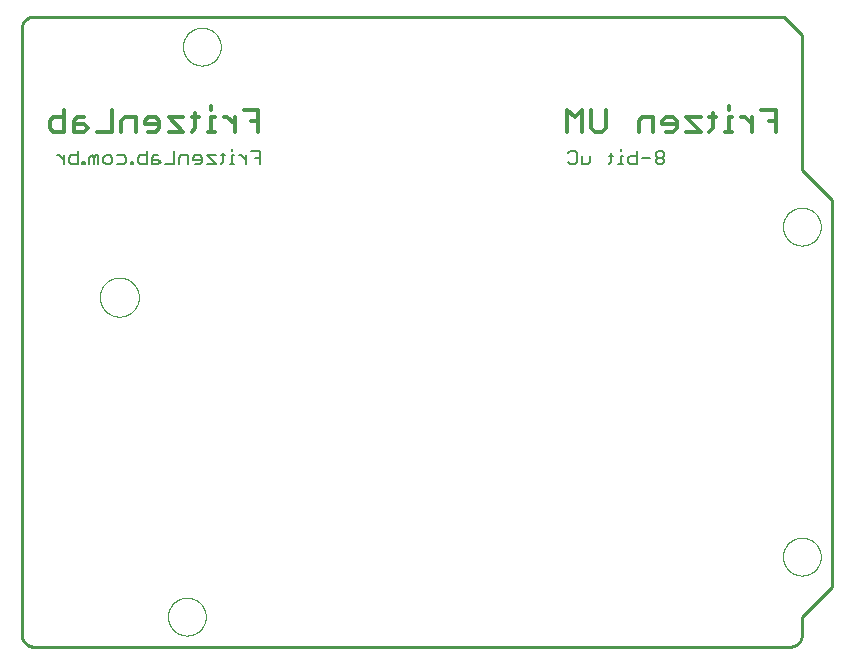
<source format=gbo>
G75*
%MOIN*%
%OFA0B0*%
%FSLAX25Y25*%
%IPPOS*%
%LPD*%
%AMOC8*
5,1,8,0,0,1.08239X$1,22.5*
%
%ADD10C,0.01000*%
%ADD11C,0.00000*%
%ADD12C,0.01300*%
%ADD13C,0.00800*%
%ADD14C,0.00500*%
D10*
X0008350Y0007187D02*
X0008350Y0209313D01*
X0008352Y0209437D01*
X0008358Y0209560D01*
X0008367Y0209684D01*
X0008381Y0209806D01*
X0008398Y0209929D01*
X0008420Y0210051D01*
X0008445Y0210172D01*
X0008474Y0210292D01*
X0008506Y0210411D01*
X0008543Y0210530D01*
X0008583Y0210647D01*
X0008626Y0210762D01*
X0008674Y0210877D01*
X0008725Y0210989D01*
X0008779Y0211100D01*
X0008837Y0211210D01*
X0008898Y0211317D01*
X0008963Y0211423D01*
X0009031Y0211526D01*
X0009102Y0211627D01*
X0009176Y0211726D01*
X0009253Y0211823D01*
X0009334Y0211917D01*
X0009417Y0212008D01*
X0009503Y0212097D01*
X0009592Y0212183D01*
X0009683Y0212266D01*
X0009777Y0212347D01*
X0009874Y0212424D01*
X0009973Y0212498D01*
X0010074Y0212569D01*
X0010177Y0212637D01*
X0010283Y0212702D01*
X0010390Y0212763D01*
X0010500Y0212821D01*
X0010611Y0212875D01*
X0010723Y0212926D01*
X0010838Y0212974D01*
X0010953Y0213017D01*
X0011070Y0213057D01*
X0011189Y0213094D01*
X0011308Y0213126D01*
X0011428Y0213155D01*
X0011549Y0213180D01*
X0011671Y0213202D01*
X0011794Y0213219D01*
X0011916Y0213233D01*
X0012040Y0213242D01*
X0012163Y0213248D01*
X0012287Y0213250D01*
X0262350Y0213250D01*
X0268350Y0207250D01*
X0268350Y0162250D01*
X0278350Y0152250D01*
X0278350Y0023250D01*
X0268350Y0013250D01*
X0268350Y0007187D01*
X0268348Y0007063D01*
X0268342Y0006940D01*
X0268333Y0006816D01*
X0268319Y0006694D01*
X0268302Y0006571D01*
X0268280Y0006449D01*
X0268255Y0006328D01*
X0268226Y0006208D01*
X0268194Y0006089D01*
X0268157Y0005970D01*
X0268117Y0005853D01*
X0268074Y0005738D01*
X0268026Y0005623D01*
X0267975Y0005511D01*
X0267921Y0005400D01*
X0267863Y0005290D01*
X0267802Y0005183D01*
X0267737Y0005077D01*
X0267669Y0004974D01*
X0267598Y0004873D01*
X0267524Y0004774D01*
X0267447Y0004677D01*
X0267366Y0004583D01*
X0267283Y0004492D01*
X0267197Y0004403D01*
X0267108Y0004317D01*
X0267017Y0004234D01*
X0266923Y0004153D01*
X0266826Y0004076D01*
X0266727Y0004002D01*
X0266626Y0003931D01*
X0266523Y0003863D01*
X0266417Y0003798D01*
X0266310Y0003737D01*
X0266200Y0003679D01*
X0266089Y0003625D01*
X0265977Y0003574D01*
X0265862Y0003526D01*
X0265747Y0003483D01*
X0265630Y0003443D01*
X0265511Y0003406D01*
X0265392Y0003374D01*
X0265272Y0003345D01*
X0265151Y0003320D01*
X0265029Y0003298D01*
X0264906Y0003281D01*
X0264784Y0003267D01*
X0264660Y0003258D01*
X0264537Y0003252D01*
X0264413Y0003250D01*
X0012287Y0003250D01*
X0012163Y0003252D01*
X0012040Y0003258D01*
X0011916Y0003267D01*
X0011794Y0003281D01*
X0011671Y0003298D01*
X0011549Y0003320D01*
X0011428Y0003345D01*
X0011308Y0003374D01*
X0011189Y0003406D01*
X0011070Y0003443D01*
X0010953Y0003483D01*
X0010838Y0003526D01*
X0010723Y0003574D01*
X0010611Y0003625D01*
X0010500Y0003679D01*
X0010390Y0003737D01*
X0010283Y0003798D01*
X0010177Y0003863D01*
X0010074Y0003931D01*
X0009973Y0004002D01*
X0009874Y0004076D01*
X0009777Y0004153D01*
X0009683Y0004234D01*
X0009592Y0004317D01*
X0009503Y0004403D01*
X0009417Y0004492D01*
X0009334Y0004583D01*
X0009253Y0004677D01*
X0009176Y0004774D01*
X0009102Y0004873D01*
X0009031Y0004974D01*
X0008963Y0005077D01*
X0008898Y0005183D01*
X0008837Y0005290D01*
X0008779Y0005400D01*
X0008725Y0005511D01*
X0008674Y0005623D01*
X0008626Y0005738D01*
X0008583Y0005853D01*
X0008543Y0005970D01*
X0008506Y0006089D01*
X0008474Y0006208D01*
X0008445Y0006328D01*
X0008420Y0006449D01*
X0008398Y0006571D01*
X0008381Y0006694D01*
X0008367Y0006816D01*
X0008358Y0006940D01*
X0008352Y0007063D01*
X0008350Y0007187D01*
D11*
X0057051Y0013250D02*
X0057053Y0013408D01*
X0057059Y0013566D01*
X0057069Y0013724D01*
X0057083Y0013882D01*
X0057101Y0014039D01*
X0057122Y0014196D01*
X0057148Y0014352D01*
X0057178Y0014508D01*
X0057211Y0014663D01*
X0057249Y0014816D01*
X0057290Y0014969D01*
X0057335Y0015121D01*
X0057384Y0015272D01*
X0057437Y0015421D01*
X0057493Y0015569D01*
X0057553Y0015715D01*
X0057617Y0015860D01*
X0057685Y0016003D01*
X0057756Y0016145D01*
X0057830Y0016285D01*
X0057908Y0016422D01*
X0057990Y0016558D01*
X0058074Y0016692D01*
X0058163Y0016823D01*
X0058254Y0016952D01*
X0058349Y0017079D01*
X0058446Y0017204D01*
X0058547Y0017326D01*
X0058651Y0017445D01*
X0058758Y0017562D01*
X0058868Y0017676D01*
X0058981Y0017787D01*
X0059096Y0017896D01*
X0059214Y0018001D01*
X0059335Y0018103D01*
X0059458Y0018203D01*
X0059584Y0018299D01*
X0059712Y0018392D01*
X0059842Y0018482D01*
X0059975Y0018568D01*
X0060110Y0018652D01*
X0060246Y0018731D01*
X0060385Y0018808D01*
X0060526Y0018880D01*
X0060668Y0018950D01*
X0060812Y0019015D01*
X0060958Y0019077D01*
X0061105Y0019135D01*
X0061254Y0019190D01*
X0061404Y0019241D01*
X0061555Y0019288D01*
X0061707Y0019331D01*
X0061860Y0019370D01*
X0062015Y0019406D01*
X0062170Y0019437D01*
X0062326Y0019465D01*
X0062482Y0019489D01*
X0062639Y0019509D01*
X0062797Y0019525D01*
X0062954Y0019537D01*
X0063113Y0019545D01*
X0063271Y0019549D01*
X0063429Y0019549D01*
X0063587Y0019545D01*
X0063746Y0019537D01*
X0063903Y0019525D01*
X0064061Y0019509D01*
X0064218Y0019489D01*
X0064374Y0019465D01*
X0064530Y0019437D01*
X0064685Y0019406D01*
X0064840Y0019370D01*
X0064993Y0019331D01*
X0065145Y0019288D01*
X0065296Y0019241D01*
X0065446Y0019190D01*
X0065595Y0019135D01*
X0065742Y0019077D01*
X0065888Y0019015D01*
X0066032Y0018950D01*
X0066174Y0018880D01*
X0066315Y0018808D01*
X0066454Y0018731D01*
X0066590Y0018652D01*
X0066725Y0018568D01*
X0066858Y0018482D01*
X0066988Y0018392D01*
X0067116Y0018299D01*
X0067242Y0018203D01*
X0067365Y0018103D01*
X0067486Y0018001D01*
X0067604Y0017896D01*
X0067719Y0017787D01*
X0067832Y0017676D01*
X0067942Y0017562D01*
X0068049Y0017445D01*
X0068153Y0017326D01*
X0068254Y0017204D01*
X0068351Y0017079D01*
X0068446Y0016952D01*
X0068537Y0016823D01*
X0068626Y0016692D01*
X0068710Y0016558D01*
X0068792Y0016422D01*
X0068870Y0016285D01*
X0068944Y0016145D01*
X0069015Y0016003D01*
X0069083Y0015860D01*
X0069147Y0015715D01*
X0069207Y0015569D01*
X0069263Y0015421D01*
X0069316Y0015272D01*
X0069365Y0015121D01*
X0069410Y0014969D01*
X0069451Y0014816D01*
X0069489Y0014663D01*
X0069522Y0014508D01*
X0069552Y0014352D01*
X0069578Y0014196D01*
X0069599Y0014039D01*
X0069617Y0013882D01*
X0069631Y0013724D01*
X0069641Y0013566D01*
X0069647Y0013408D01*
X0069649Y0013250D01*
X0069647Y0013092D01*
X0069641Y0012934D01*
X0069631Y0012776D01*
X0069617Y0012618D01*
X0069599Y0012461D01*
X0069578Y0012304D01*
X0069552Y0012148D01*
X0069522Y0011992D01*
X0069489Y0011837D01*
X0069451Y0011684D01*
X0069410Y0011531D01*
X0069365Y0011379D01*
X0069316Y0011228D01*
X0069263Y0011079D01*
X0069207Y0010931D01*
X0069147Y0010785D01*
X0069083Y0010640D01*
X0069015Y0010497D01*
X0068944Y0010355D01*
X0068870Y0010215D01*
X0068792Y0010078D01*
X0068710Y0009942D01*
X0068626Y0009808D01*
X0068537Y0009677D01*
X0068446Y0009548D01*
X0068351Y0009421D01*
X0068254Y0009296D01*
X0068153Y0009174D01*
X0068049Y0009055D01*
X0067942Y0008938D01*
X0067832Y0008824D01*
X0067719Y0008713D01*
X0067604Y0008604D01*
X0067486Y0008499D01*
X0067365Y0008397D01*
X0067242Y0008297D01*
X0067116Y0008201D01*
X0066988Y0008108D01*
X0066858Y0008018D01*
X0066725Y0007932D01*
X0066590Y0007848D01*
X0066454Y0007769D01*
X0066315Y0007692D01*
X0066174Y0007620D01*
X0066032Y0007550D01*
X0065888Y0007485D01*
X0065742Y0007423D01*
X0065595Y0007365D01*
X0065446Y0007310D01*
X0065296Y0007259D01*
X0065145Y0007212D01*
X0064993Y0007169D01*
X0064840Y0007130D01*
X0064685Y0007094D01*
X0064530Y0007063D01*
X0064374Y0007035D01*
X0064218Y0007011D01*
X0064061Y0006991D01*
X0063903Y0006975D01*
X0063746Y0006963D01*
X0063587Y0006955D01*
X0063429Y0006951D01*
X0063271Y0006951D01*
X0063113Y0006955D01*
X0062954Y0006963D01*
X0062797Y0006975D01*
X0062639Y0006991D01*
X0062482Y0007011D01*
X0062326Y0007035D01*
X0062170Y0007063D01*
X0062015Y0007094D01*
X0061860Y0007130D01*
X0061707Y0007169D01*
X0061555Y0007212D01*
X0061404Y0007259D01*
X0061254Y0007310D01*
X0061105Y0007365D01*
X0060958Y0007423D01*
X0060812Y0007485D01*
X0060668Y0007550D01*
X0060526Y0007620D01*
X0060385Y0007692D01*
X0060246Y0007769D01*
X0060110Y0007848D01*
X0059975Y0007932D01*
X0059842Y0008018D01*
X0059712Y0008108D01*
X0059584Y0008201D01*
X0059458Y0008297D01*
X0059335Y0008397D01*
X0059214Y0008499D01*
X0059096Y0008604D01*
X0058981Y0008713D01*
X0058868Y0008824D01*
X0058758Y0008938D01*
X0058651Y0009055D01*
X0058547Y0009174D01*
X0058446Y0009296D01*
X0058349Y0009421D01*
X0058254Y0009548D01*
X0058163Y0009677D01*
X0058074Y0009808D01*
X0057990Y0009942D01*
X0057908Y0010078D01*
X0057830Y0010215D01*
X0057756Y0010355D01*
X0057685Y0010497D01*
X0057617Y0010640D01*
X0057553Y0010785D01*
X0057493Y0010931D01*
X0057437Y0011079D01*
X0057384Y0011228D01*
X0057335Y0011379D01*
X0057290Y0011531D01*
X0057249Y0011684D01*
X0057211Y0011837D01*
X0057178Y0011992D01*
X0057148Y0012148D01*
X0057122Y0012304D01*
X0057101Y0012461D01*
X0057083Y0012618D01*
X0057069Y0012776D01*
X0057059Y0012934D01*
X0057053Y0013092D01*
X0057051Y0013250D01*
X0034350Y0119750D02*
X0034352Y0119911D01*
X0034358Y0120071D01*
X0034368Y0120232D01*
X0034382Y0120392D01*
X0034400Y0120552D01*
X0034421Y0120711D01*
X0034447Y0120870D01*
X0034477Y0121028D01*
X0034510Y0121185D01*
X0034548Y0121342D01*
X0034589Y0121497D01*
X0034634Y0121651D01*
X0034683Y0121804D01*
X0034736Y0121956D01*
X0034792Y0122107D01*
X0034853Y0122256D01*
X0034916Y0122404D01*
X0034984Y0122550D01*
X0035055Y0122694D01*
X0035129Y0122836D01*
X0035207Y0122977D01*
X0035289Y0123115D01*
X0035374Y0123252D01*
X0035462Y0123386D01*
X0035554Y0123518D01*
X0035649Y0123648D01*
X0035747Y0123776D01*
X0035848Y0123901D01*
X0035952Y0124023D01*
X0036059Y0124143D01*
X0036169Y0124260D01*
X0036282Y0124375D01*
X0036398Y0124486D01*
X0036517Y0124595D01*
X0036638Y0124700D01*
X0036762Y0124803D01*
X0036888Y0124903D01*
X0037016Y0124999D01*
X0037147Y0125092D01*
X0037281Y0125182D01*
X0037416Y0125269D01*
X0037554Y0125352D01*
X0037693Y0125432D01*
X0037835Y0125508D01*
X0037978Y0125581D01*
X0038123Y0125650D01*
X0038270Y0125716D01*
X0038418Y0125778D01*
X0038568Y0125836D01*
X0038719Y0125891D01*
X0038872Y0125942D01*
X0039026Y0125989D01*
X0039181Y0126032D01*
X0039337Y0126071D01*
X0039493Y0126107D01*
X0039651Y0126138D01*
X0039809Y0126166D01*
X0039968Y0126190D01*
X0040128Y0126210D01*
X0040288Y0126226D01*
X0040448Y0126238D01*
X0040609Y0126246D01*
X0040770Y0126250D01*
X0040930Y0126250D01*
X0041091Y0126246D01*
X0041252Y0126238D01*
X0041412Y0126226D01*
X0041572Y0126210D01*
X0041732Y0126190D01*
X0041891Y0126166D01*
X0042049Y0126138D01*
X0042207Y0126107D01*
X0042363Y0126071D01*
X0042519Y0126032D01*
X0042674Y0125989D01*
X0042828Y0125942D01*
X0042981Y0125891D01*
X0043132Y0125836D01*
X0043282Y0125778D01*
X0043430Y0125716D01*
X0043577Y0125650D01*
X0043722Y0125581D01*
X0043865Y0125508D01*
X0044007Y0125432D01*
X0044146Y0125352D01*
X0044284Y0125269D01*
X0044419Y0125182D01*
X0044553Y0125092D01*
X0044684Y0124999D01*
X0044812Y0124903D01*
X0044938Y0124803D01*
X0045062Y0124700D01*
X0045183Y0124595D01*
X0045302Y0124486D01*
X0045418Y0124375D01*
X0045531Y0124260D01*
X0045641Y0124143D01*
X0045748Y0124023D01*
X0045852Y0123901D01*
X0045953Y0123776D01*
X0046051Y0123648D01*
X0046146Y0123518D01*
X0046238Y0123386D01*
X0046326Y0123252D01*
X0046411Y0123115D01*
X0046493Y0122977D01*
X0046571Y0122836D01*
X0046645Y0122694D01*
X0046716Y0122550D01*
X0046784Y0122404D01*
X0046847Y0122256D01*
X0046908Y0122107D01*
X0046964Y0121956D01*
X0047017Y0121804D01*
X0047066Y0121651D01*
X0047111Y0121497D01*
X0047152Y0121342D01*
X0047190Y0121185D01*
X0047223Y0121028D01*
X0047253Y0120870D01*
X0047279Y0120711D01*
X0047300Y0120552D01*
X0047318Y0120392D01*
X0047332Y0120232D01*
X0047342Y0120071D01*
X0047348Y0119911D01*
X0047350Y0119750D01*
X0047348Y0119589D01*
X0047342Y0119429D01*
X0047332Y0119268D01*
X0047318Y0119108D01*
X0047300Y0118948D01*
X0047279Y0118789D01*
X0047253Y0118630D01*
X0047223Y0118472D01*
X0047190Y0118315D01*
X0047152Y0118158D01*
X0047111Y0118003D01*
X0047066Y0117849D01*
X0047017Y0117696D01*
X0046964Y0117544D01*
X0046908Y0117393D01*
X0046847Y0117244D01*
X0046784Y0117096D01*
X0046716Y0116950D01*
X0046645Y0116806D01*
X0046571Y0116664D01*
X0046493Y0116523D01*
X0046411Y0116385D01*
X0046326Y0116248D01*
X0046238Y0116114D01*
X0046146Y0115982D01*
X0046051Y0115852D01*
X0045953Y0115724D01*
X0045852Y0115599D01*
X0045748Y0115477D01*
X0045641Y0115357D01*
X0045531Y0115240D01*
X0045418Y0115125D01*
X0045302Y0115014D01*
X0045183Y0114905D01*
X0045062Y0114800D01*
X0044938Y0114697D01*
X0044812Y0114597D01*
X0044684Y0114501D01*
X0044553Y0114408D01*
X0044419Y0114318D01*
X0044284Y0114231D01*
X0044146Y0114148D01*
X0044007Y0114068D01*
X0043865Y0113992D01*
X0043722Y0113919D01*
X0043577Y0113850D01*
X0043430Y0113784D01*
X0043282Y0113722D01*
X0043132Y0113664D01*
X0042981Y0113609D01*
X0042828Y0113558D01*
X0042674Y0113511D01*
X0042519Y0113468D01*
X0042363Y0113429D01*
X0042207Y0113393D01*
X0042049Y0113362D01*
X0041891Y0113334D01*
X0041732Y0113310D01*
X0041572Y0113290D01*
X0041412Y0113274D01*
X0041252Y0113262D01*
X0041091Y0113254D01*
X0040930Y0113250D01*
X0040770Y0113250D01*
X0040609Y0113254D01*
X0040448Y0113262D01*
X0040288Y0113274D01*
X0040128Y0113290D01*
X0039968Y0113310D01*
X0039809Y0113334D01*
X0039651Y0113362D01*
X0039493Y0113393D01*
X0039337Y0113429D01*
X0039181Y0113468D01*
X0039026Y0113511D01*
X0038872Y0113558D01*
X0038719Y0113609D01*
X0038568Y0113664D01*
X0038418Y0113722D01*
X0038270Y0113784D01*
X0038123Y0113850D01*
X0037978Y0113919D01*
X0037835Y0113992D01*
X0037693Y0114068D01*
X0037554Y0114148D01*
X0037416Y0114231D01*
X0037281Y0114318D01*
X0037147Y0114408D01*
X0037016Y0114501D01*
X0036888Y0114597D01*
X0036762Y0114697D01*
X0036638Y0114800D01*
X0036517Y0114905D01*
X0036398Y0115014D01*
X0036282Y0115125D01*
X0036169Y0115240D01*
X0036059Y0115357D01*
X0035952Y0115477D01*
X0035848Y0115599D01*
X0035747Y0115724D01*
X0035649Y0115852D01*
X0035554Y0115982D01*
X0035462Y0116114D01*
X0035374Y0116248D01*
X0035289Y0116385D01*
X0035207Y0116523D01*
X0035129Y0116664D01*
X0035055Y0116806D01*
X0034984Y0116950D01*
X0034916Y0117096D01*
X0034853Y0117244D01*
X0034792Y0117393D01*
X0034736Y0117544D01*
X0034683Y0117696D01*
X0034634Y0117849D01*
X0034589Y0118003D01*
X0034548Y0118158D01*
X0034510Y0118315D01*
X0034477Y0118472D01*
X0034447Y0118630D01*
X0034421Y0118789D01*
X0034400Y0118948D01*
X0034382Y0119108D01*
X0034368Y0119268D01*
X0034358Y0119429D01*
X0034352Y0119589D01*
X0034350Y0119750D01*
X0062051Y0203250D02*
X0062053Y0203408D01*
X0062059Y0203566D01*
X0062069Y0203724D01*
X0062083Y0203882D01*
X0062101Y0204039D01*
X0062122Y0204196D01*
X0062148Y0204352D01*
X0062178Y0204508D01*
X0062211Y0204663D01*
X0062249Y0204816D01*
X0062290Y0204969D01*
X0062335Y0205121D01*
X0062384Y0205272D01*
X0062437Y0205421D01*
X0062493Y0205569D01*
X0062553Y0205715D01*
X0062617Y0205860D01*
X0062685Y0206003D01*
X0062756Y0206145D01*
X0062830Y0206285D01*
X0062908Y0206422D01*
X0062990Y0206558D01*
X0063074Y0206692D01*
X0063163Y0206823D01*
X0063254Y0206952D01*
X0063349Y0207079D01*
X0063446Y0207204D01*
X0063547Y0207326D01*
X0063651Y0207445D01*
X0063758Y0207562D01*
X0063868Y0207676D01*
X0063981Y0207787D01*
X0064096Y0207896D01*
X0064214Y0208001D01*
X0064335Y0208103D01*
X0064458Y0208203D01*
X0064584Y0208299D01*
X0064712Y0208392D01*
X0064842Y0208482D01*
X0064975Y0208568D01*
X0065110Y0208652D01*
X0065246Y0208731D01*
X0065385Y0208808D01*
X0065526Y0208880D01*
X0065668Y0208950D01*
X0065812Y0209015D01*
X0065958Y0209077D01*
X0066105Y0209135D01*
X0066254Y0209190D01*
X0066404Y0209241D01*
X0066555Y0209288D01*
X0066707Y0209331D01*
X0066860Y0209370D01*
X0067015Y0209406D01*
X0067170Y0209437D01*
X0067326Y0209465D01*
X0067482Y0209489D01*
X0067639Y0209509D01*
X0067797Y0209525D01*
X0067954Y0209537D01*
X0068113Y0209545D01*
X0068271Y0209549D01*
X0068429Y0209549D01*
X0068587Y0209545D01*
X0068746Y0209537D01*
X0068903Y0209525D01*
X0069061Y0209509D01*
X0069218Y0209489D01*
X0069374Y0209465D01*
X0069530Y0209437D01*
X0069685Y0209406D01*
X0069840Y0209370D01*
X0069993Y0209331D01*
X0070145Y0209288D01*
X0070296Y0209241D01*
X0070446Y0209190D01*
X0070595Y0209135D01*
X0070742Y0209077D01*
X0070888Y0209015D01*
X0071032Y0208950D01*
X0071174Y0208880D01*
X0071315Y0208808D01*
X0071454Y0208731D01*
X0071590Y0208652D01*
X0071725Y0208568D01*
X0071858Y0208482D01*
X0071988Y0208392D01*
X0072116Y0208299D01*
X0072242Y0208203D01*
X0072365Y0208103D01*
X0072486Y0208001D01*
X0072604Y0207896D01*
X0072719Y0207787D01*
X0072832Y0207676D01*
X0072942Y0207562D01*
X0073049Y0207445D01*
X0073153Y0207326D01*
X0073254Y0207204D01*
X0073351Y0207079D01*
X0073446Y0206952D01*
X0073537Y0206823D01*
X0073626Y0206692D01*
X0073710Y0206558D01*
X0073792Y0206422D01*
X0073870Y0206285D01*
X0073944Y0206145D01*
X0074015Y0206003D01*
X0074083Y0205860D01*
X0074147Y0205715D01*
X0074207Y0205569D01*
X0074263Y0205421D01*
X0074316Y0205272D01*
X0074365Y0205121D01*
X0074410Y0204969D01*
X0074451Y0204816D01*
X0074489Y0204663D01*
X0074522Y0204508D01*
X0074552Y0204352D01*
X0074578Y0204196D01*
X0074599Y0204039D01*
X0074617Y0203882D01*
X0074631Y0203724D01*
X0074641Y0203566D01*
X0074647Y0203408D01*
X0074649Y0203250D01*
X0074647Y0203092D01*
X0074641Y0202934D01*
X0074631Y0202776D01*
X0074617Y0202618D01*
X0074599Y0202461D01*
X0074578Y0202304D01*
X0074552Y0202148D01*
X0074522Y0201992D01*
X0074489Y0201837D01*
X0074451Y0201684D01*
X0074410Y0201531D01*
X0074365Y0201379D01*
X0074316Y0201228D01*
X0074263Y0201079D01*
X0074207Y0200931D01*
X0074147Y0200785D01*
X0074083Y0200640D01*
X0074015Y0200497D01*
X0073944Y0200355D01*
X0073870Y0200215D01*
X0073792Y0200078D01*
X0073710Y0199942D01*
X0073626Y0199808D01*
X0073537Y0199677D01*
X0073446Y0199548D01*
X0073351Y0199421D01*
X0073254Y0199296D01*
X0073153Y0199174D01*
X0073049Y0199055D01*
X0072942Y0198938D01*
X0072832Y0198824D01*
X0072719Y0198713D01*
X0072604Y0198604D01*
X0072486Y0198499D01*
X0072365Y0198397D01*
X0072242Y0198297D01*
X0072116Y0198201D01*
X0071988Y0198108D01*
X0071858Y0198018D01*
X0071725Y0197932D01*
X0071590Y0197848D01*
X0071454Y0197769D01*
X0071315Y0197692D01*
X0071174Y0197620D01*
X0071032Y0197550D01*
X0070888Y0197485D01*
X0070742Y0197423D01*
X0070595Y0197365D01*
X0070446Y0197310D01*
X0070296Y0197259D01*
X0070145Y0197212D01*
X0069993Y0197169D01*
X0069840Y0197130D01*
X0069685Y0197094D01*
X0069530Y0197063D01*
X0069374Y0197035D01*
X0069218Y0197011D01*
X0069061Y0196991D01*
X0068903Y0196975D01*
X0068746Y0196963D01*
X0068587Y0196955D01*
X0068429Y0196951D01*
X0068271Y0196951D01*
X0068113Y0196955D01*
X0067954Y0196963D01*
X0067797Y0196975D01*
X0067639Y0196991D01*
X0067482Y0197011D01*
X0067326Y0197035D01*
X0067170Y0197063D01*
X0067015Y0197094D01*
X0066860Y0197130D01*
X0066707Y0197169D01*
X0066555Y0197212D01*
X0066404Y0197259D01*
X0066254Y0197310D01*
X0066105Y0197365D01*
X0065958Y0197423D01*
X0065812Y0197485D01*
X0065668Y0197550D01*
X0065526Y0197620D01*
X0065385Y0197692D01*
X0065246Y0197769D01*
X0065110Y0197848D01*
X0064975Y0197932D01*
X0064842Y0198018D01*
X0064712Y0198108D01*
X0064584Y0198201D01*
X0064458Y0198297D01*
X0064335Y0198397D01*
X0064214Y0198499D01*
X0064096Y0198604D01*
X0063981Y0198713D01*
X0063868Y0198824D01*
X0063758Y0198938D01*
X0063651Y0199055D01*
X0063547Y0199174D01*
X0063446Y0199296D01*
X0063349Y0199421D01*
X0063254Y0199548D01*
X0063163Y0199677D01*
X0063074Y0199808D01*
X0062990Y0199942D01*
X0062908Y0200078D01*
X0062830Y0200215D01*
X0062756Y0200355D01*
X0062685Y0200497D01*
X0062617Y0200640D01*
X0062553Y0200785D01*
X0062493Y0200931D01*
X0062437Y0201079D01*
X0062384Y0201228D01*
X0062335Y0201379D01*
X0062290Y0201531D01*
X0062249Y0201684D01*
X0062211Y0201837D01*
X0062178Y0201992D01*
X0062148Y0202148D01*
X0062122Y0202304D01*
X0062101Y0202461D01*
X0062083Y0202618D01*
X0062069Y0202776D01*
X0062059Y0202934D01*
X0062053Y0203092D01*
X0062051Y0203250D01*
X0262051Y0143250D02*
X0262053Y0143408D01*
X0262059Y0143566D01*
X0262069Y0143724D01*
X0262083Y0143882D01*
X0262101Y0144039D01*
X0262122Y0144196D01*
X0262148Y0144352D01*
X0262178Y0144508D01*
X0262211Y0144663D01*
X0262249Y0144816D01*
X0262290Y0144969D01*
X0262335Y0145121D01*
X0262384Y0145272D01*
X0262437Y0145421D01*
X0262493Y0145569D01*
X0262553Y0145715D01*
X0262617Y0145860D01*
X0262685Y0146003D01*
X0262756Y0146145D01*
X0262830Y0146285D01*
X0262908Y0146422D01*
X0262990Y0146558D01*
X0263074Y0146692D01*
X0263163Y0146823D01*
X0263254Y0146952D01*
X0263349Y0147079D01*
X0263446Y0147204D01*
X0263547Y0147326D01*
X0263651Y0147445D01*
X0263758Y0147562D01*
X0263868Y0147676D01*
X0263981Y0147787D01*
X0264096Y0147896D01*
X0264214Y0148001D01*
X0264335Y0148103D01*
X0264458Y0148203D01*
X0264584Y0148299D01*
X0264712Y0148392D01*
X0264842Y0148482D01*
X0264975Y0148568D01*
X0265110Y0148652D01*
X0265246Y0148731D01*
X0265385Y0148808D01*
X0265526Y0148880D01*
X0265668Y0148950D01*
X0265812Y0149015D01*
X0265958Y0149077D01*
X0266105Y0149135D01*
X0266254Y0149190D01*
X0266404Y0149241D01*
X0266555Y0149288D01*
X0266707Y0149331D01*
X0266860Y0149370D01*
X0267015Y0149406D01*
X0267170Y0149437D01*
X0267326Y0149465D01*
X0267482Y0149489D01*
X0267639Y0149509D01*
X0267797Y0149525D01*
X0267954Y0149537D01*
X0268113Y0149545D01*
X0268271Y0149549D01*
X0268429Y0149549D01*
X0268587Y0149545D01*
X0268746Y0149537D01*
X0268903Y0149525D01*
X0269061Y0149509D01*
X0269218Y0149489D01*
X0269374Y0149465D01*
X0269530Y0149437D01*
X0269685Y0149406D01*
X0269840Y0149370D01*
X0269993Y0149331D01*
X0270145Y0149288D01*
X0270296Y0149241D01*
X0270446Y0149190D01*
X0270595Y0149135D01*
X0270742Y0149077D01*
X0270888Y0149015D01*
X0271032Y0148950D01*
X0271174Y0148880D01*
X0271315Y0148808D01*
X0271454Y0148731D01*
X0271590Y0148652D01*
X0271725Y0148568D01*
X0271858Y0148482D01*
X0271988Y0148392D01*
X0272116Y0148299D01*
X0272242Y0148203D01*
X0272365Y0148103D01*
X0272486Y0148001D01*
X0272604Y0147896D01*
X0272719Y0147787D01*
X0272832Y0147676D01*
X0272942Y0147562D01*
X0273049Y0147445D01*
X0273153Y0147326D01*
X0273254Y0147204D01*
X0273351Y0147079D01*
X0273446Y0146952D01*
X0273537Y0146823D01*
X0273626Y0146692D01*
X0273710Y0146558D01*
X0273792Y0146422D01*
X0273870Y0146285D01*
X0273944Y0146145D01*
X0274015Y0146003D01*
X0274083Y0145860D01*
X0274147Y0145715D01*
X0274207Y0145569D01*
X0274263Y0145421D01*
X0274316Y0145272D01*
X0274365Y0145121D01*
X0274410Y0144969D01*
X0274451Y0144816D01*
X0274489Y0144663D01*
X0274522Y0144508D01*
X0274552Y0144352D01*
X0274578Y0144196D01*
X0274599Y0144039D01*
X0274617Y0143882D01*
X0274631Y0143724D01*
X0274641Y0143566D01*
X0274647Y0143408D01*
X0274649Y0143250D01*
X0274647Y0143092D01*
X0274641Y0142934D01*
X0274631Y0142776D01*
X0274617Y0142618D01*
X0274599Y0142461D01*
X0274578Y0142304D01*
X0274552Y0142148D01*
X0274522Y0141992D01*
X0274489Y0141837D01*
X0274451Y0141684D01*
X0274410Y0141531D01*
X0274365Y0141379D01*
X0274316Y0141228D01*
X0274263Y0141079D01*
X0274207Y0140931D01*
X0274147Y0140785D01*
X0274083Y0140640D01*
X0274015Y0140497D01*
X0273944Y0140355D01*
X0273870Y0140215D01*
X0273792Y0140078D01*
X0273710Y0139942D01*
X0273626Y0139808D01*
X0273537Y0139677D01*
X0273446Y0139548D01*
X0273351Y0139421D01*
X0273254Y0139296D01*
X0273153Y0139174D01*
X0273049Y0139055D01*
X0272942Y0138938D01*
X0272832Y0138824D01*
X0272719Y0138713D01*
X0272604Y0138604D01*
X0272486Y0138499D01*
X0272365Y0138397D01*
X0272242Y0138297D01*
X0272116Y0138201D01*
X0271988Y0138108D01*
X0271858Y0138018D01*
X0271725Y0137932D01*
X0271590Y0137848D01*
X0271454Y0137769D01*
X0271315Y0137692D01*
X0271174Y0137620D01*
X0271032Y0137550D01*
X0270888Y0137485D01*
X0270742Y0137423D01*
X0270595Y0137365D01*
X0270446Y0137310D01*
X0270296Y0137259D01*
X0270145Y0137212D01*
X0269993Y0137169D01*
X0269840Y0137130D01*
X0269685Y0137094D01*
X0269530Y0137063D01*
X0269374Y0137035D01*
X0269218Y0137011D01*
X0269061Y0136991D01*
X0268903Y0136975D01*
X0268746Y0136963D01*
X0268587Y0136955D01*
X0268429Y0136951D01*
X0268271Y0136951D01*
X0268113Y0136955D01*
X0267954Y0136963D01*
X0267797Y0136975D01*
X0267639Y0136991D01*
X0267482Y0137011D01*
X0267326Y0137035D01*
X0267170Y0137063D01*
X0267015Y0137094D01*
X0266860Y0137130D01*
X0266707Y0137169D01*
X0266555Y0137212D01*
X0266404Y0137259D01*
X0266254Y0137310D01*
X0266105Y0137365D01*
X0265958Y0137423D01*
X0265812Y0137485D01*
X0265668Y0137550D01*
X0265526Y0137620D01*
X0265385Y0137692D01*
X0265246Y0137769D01*
X0265110Y0137848D01*
X0264975Y0137932D01*
X0264842Y0138018D01*
X0264712Y0138108D01*
X0264584Y0138201D01*
X0264458Y0138297D01*
X0264335Y0138397D01*
X0264214Y0138499D01*
X0264096Y0138604D01*
X0263981Y0138713D01*
X0263868Y0138824D01*
X0263758Y0138938D01*
X0263651Y0139055D01*
X0263547Y0139174D01*
X0263446Y0139296D01*
X0263349Y0139421D01*
X0263254Y0139548D01*
X0263163Y0139677D01*
X0263074Y0139808D01*
X0262990Y0139942D01*
X0262908Y0140078D01*
X0262830Y0140215D01*
X0262756Y0140355D01*
X0262685Y0140497D01*
X0262617Y0140640D01*
X0262553Y0140785D01*
X0262493Y0140931D01*
X0262437Y0141079D01*
X0262384Y0141228D01*
X0262335Y0141379D01*
X0262290Y0141531D01*
X0262249Y0141684D01*
X0262211Y0141837D01*
X0262178Y0141992D01*
X0262148Y0142148D01*
X0262122Y0142304D01*
X0262101Y0142461D01*
X0262083Y0142618D01*
X0262069Y0142776D01*
X0262059Y0142934D01*
X0262053Y0143092D01*
X0262051Y0143250D01*
X0262051Y0033250D02*
X0262053Y0033408D01*
X0262059Y0033566D01*
X0262069Y0033724D01*
X0262083Y0033882D01*
X0262101Y0034039D01*
X0262122Y0034196D01*
X0262148Y0034352D01*
X0262178Y0034508D01*
X0262211Y0034663D01*
X0262249Y0034816D01*
X0262290Y0034969D01*
X0262335Y0035121D01*
X0262384Y0035272D01*
X0262437Y0035421D01*
X0262493Y0035569D01*
X0262553Y0035715D01*
X0262617Y0035860D01*
X0262685Y0036003D01*
X0262756Y0036145D01*
X0262830Y0036285D01*
X0262908Y0036422D01*
X0262990Y0036558D01*
X0263074Y0036692D01*
X0263163Y0036823D01*
X0263254Y0036952D01*
X0263349Y0037079D01*
X0263446Y0037204D01*
X0263547Y0037326D01*
X0263651Y0037445D01*
X0263758Y0037562D01*
X0263868Y0037676D01*
X0263981Y0037787D01*
X0264096Y0037896D01*
X0264214Y0038001D01*
X0264335Y0038103D01*
X0264458Y0038203D01*
X0264584Y0038299D01*
X0264712Y0038392D01*
X0264842Y0038482D01*
X0264975Y0038568D01*
X0265110Y0038652D01*
X0265246Y0038731D01*
X0265385Y0038808D01*
X0265526Y0038880D01*
X0265668Y0038950D01*
X0265812Y0039015D01*
X0265958Y0039077D01*
X0266105Y0039135D01*
X0266254Y0039190D01*
X0266404Y0039241D01*
X0266555Y0039288D01*
X0266707Y0039331D01*
X0266860Y0039370D01*
X0267015Y0039406D01*
X0267170Y0039437D01*
X0267326Y0039465D01*
X0267482Y0039489D01*
X0267639Y0039509D01*
X0267797Y0039525D01*
X0267954Y0039537D01*
X0268113Y0039545D01*
X0268271Y0039549D01*
X0268429Y0039549D01*
X0268587Y0039545D01*
X0268746Y0039537D01*
X0268903Y0039525D01*
X0269061Y0039509D01*
X0269218Y0039489D01*
X0269374Y0039465D01*
X0269530Y0039437D01*
X0269685Y0039406D01*
X0269840Y0039370D01*
X0269993Y0039331D01*
X0270145Y0039288D01*
X0270296Y0039241D01*
X0270446Y0039190D01*
X0270595Y0039135D01*
X0270742Y0039077D01*
X0270888Y0039015D01*
X0271032Y0038950D01*
X0271174Y0038880D01*
X0271315Y0038808D01*
X0271454Y0038731D01*
X0271590Y0038652D01*
X0271725Y0038568D01*
X0271858Y0038482D01*
X0271988Y0038392D01*
X0272116Y0038299D01*
X0272242Y0038203D01*
X0272365Y0038103D01*
X0272486Y0038001D01*
X0272604Y0037896D01*
X0272719Y0037787D01*
X0272832Y0037676D01*
X0272942Y0037562D01*
X0273049Y0037445D01*
X0273153Y0037326D01*
X0273254Y0037204D01*
X0273351Y0037079D01*
X0273446Y0036952D01*
X0273537Y0036823D01*
X0273626Y0036692D01*
X0273710Y0036558D01*
X0273792Y0036422D01*
X0273870Y0036285D01*
X0273944Y0036145D01*
X0274015Y0036003D01*
X0274083Y0035860D01*
X0274147Y0035715D01*
X0274207Y0035569D01*
X0274263Y0035421D01*
X0274316Y0035272D01*
X0274365Y0035121D01*
X0274410Y0034969D01*
X0274451Y0034816D01*
X0274489Y0034663D01*
X0274522Y0034508D01*
X0274552Y0034352D01*
X0274578Y0034196D01*
X0274599Y0034039D01*
X0274617Y0033882D01*
X0274631Y0033724D01*
X0274641Y0033566D01*
X0274647Y0033408D01*
X0274649Y0033250D01*
X0274647Y0033092D01*
X0274641Y0032934D01*
X0274631Y0032776D01*
X0274617Y0032618D01*
X0274599Y0032461D01*
X0274578Y0032304D01*
X0274552Y0032148D01*
X0274522Y0031992D01*
X0274489Y0031837D01*
X0274451Y0031684D01*
X0274410Y0031531D01*
X0274365Y0031379D01*
X0274316Y0031228D01*
X0274263Y0031079D01*
X0274207Y0030931D01*
X0274147Y0030785D01*
X0274083Y0030640D01*
X0274015Y0030497D01*
X0273944Y0030355D01*
X0273870Y0030215D01*
X0273792Y0030078D01*
X0273710Y0029942D01*
X0273626Y0029808D01*
X0273537Y0029677D01*
X0273446Y0029548D01*
X0273351Y0029421D01*
X0273254Y0029296D01*
X0273153Y0029174D01*
X0273049Y0029055D01*
X0272942Y0028938D01*
X0272832Y0028824D01*
X0272719Y0028713D01*
X0272604Y0028604D01*
X0272486Y0028499D01*
X0272365Y0028397D01*
X0272242Y0028297D01*
X0272116Y0028201D01*
X0271988Y0028108D01*
X0271858Y0028018D01*
X0271725Y0027932D01*
X0271590Y0027848D01*
X0271454Y0027769D01*
X0271315Y0027692D01*
X0271174Y0027620D01*
X0271032Y0027550D01*
X0270888Y0027485D01*
X0270742Y0027423D01*
X0270595Y0027365D01*
X0270446Y0027310D01*
X0270296Y0027259D01*
X0270145Y0027212D01*
X0269993Y0027169D01*
X0269840Y0027130D01*
X0269685Y0027094D01*
X0269530Y0027063D01*
X0269374Y0027035D01*
X0269218Y0027011D01*
X0269061Y0026991D01*
X0268903Y0026975D01*
X0268746Y0026963D01*
X0268587Y0026955D01*
X0268429Y0026951D01*
X0268271Y0026951D01*
X0268113Y0026955D01*
X0267954Y0026963D01*
X0267797Y0026975D01*
X0267639Y0026991D01*
X0267482Y0027011D01*
X0267326Y0027035D01*
X0267170Y0027063D01*
X0267015Y0027094D01*
X0266860Y0027130D01*
X0266707Y0027169D01*
X0266555Y0027212D01*
X0266404Y0027259D01*
X0266254Y0027310D01*
X0266105Y0027365D01*
X0265958Y0027423D01*
X0265812Y0027485D01*
X0265668Y0027550D01*
X0265526Y0027620D01*
X0265385Y0027692D01*
X0265246Y0027769D01*
X0265110Y0027848D01*
X0264975Y0027932D01*
X0264842Y0028018D01*
X0264712Y0028108D01*
X0264584Y0028201D01*
X0264458Y0028297D01*
X0264335Y0028397D01*
X0264214Y0028499D01*
X0264096Y0028604D01*
X0263981Y0028713D01*
X0263868Y0028824D01*
X0263758Y0028938D01*
X0263651Y0029055D01*
X0263547Y0029174D01*
X0263446Y0029296D01*
X0263349Y0029421D01*
X0263254Y0029548D01*
X0263163Y0029677D01*
X0263074Y0029808D01*
X0262990Y0029942D01*
X0262908Y0030078D01*
X0262830Y0030215D01*
X0262756Y0030355D01*
X0262685Y0030497D01*
X0262617Y0030640D01*
X0262553Y0030785D01*
X0262493Y0030931D01*
X0262437Y0031079D01*
X0262384Y0031228D01*
X0262335Y0031379D01*
X0262290Y0031531D01*
X0262249Y0031684D01*
X0262211Y0031837D01*
X0262178Y0031992D01*
X0262148Y0032148D01*
X0262122Y0032304D01*
X0262101Y0032461D01*
X0262083Y0032618D01*
X0262069Y0032776D01*
X0262059Y0032934D01*
X0262053Y0033092D01*
X0262051Y0033250D01*
D12*
X0259700Y0174900D02*
X0259700Y0182206D01*
X0254829Y0182206D01*
X0251781Y0179771D02*
X0251781Y0174900D01*
X0251781Y0177335D02*
X0249346Y0179771D01*
X0248128Y0179771D01*
X0245182Y0179771D02*
X0243965Y0179771D01*
X0243965Y0174900D01*
X0245182Y0174900D02*
X0242747Y0174900D01*
X0238685Y0176118D02*
X0237468Y0174900D01*
X0238685Y0176118D02*
X0238685Y0180989D01*
X0237468Y0179771D02*
X0239903Y0179771D01*
X0243965Y0182206D02*
X0243965Y0183424D01*
X0234624Y0179771D02*
X0229753Y0179771D01*
X0234624Y0174900D01*
X0229753Y0174900D01*
X0226705Y0176118D02*
X0226705Y0178553D01*
X0225487Y0179771D01*
X0223052Y0179771D01*
X0221834Y0178553D01*
X0221834Y0177335D01*
X0226705Y0177335D01*
X0226705Y0176118D02*
X0225487Y0174900D01*
X0223052Y0174900D01*
X0218786Y0174900D02*
X0218786Y0179771D01*
X0215133Y0179771D01*
X0213916Y0178553D01*
X0213916Y0174900D01*
X0202949Y0176118D02*
X0201731Y0174900D01*
X0199296Y0174900D01*
X0198078Y0176118D01*
X0198078Y0182206D01*
X0195030Y0182206D02*
X0192595Y0179771D01*
X0190159Y0182206D01*
X0190159Y0174900D01*
X0195030Y0174900D02*
X0195030Y0182206D01*
X0202949Y0182206D02*
X0202949Y0176118D01*
X0257265Y0178553D02*
X0259700Y0178553D01*
X0087200Y0178553D02*
X0084765Y0178553D01*
X0087200Y0174900D02*
X0087200Y0182206D01*
X0082329Y0182206D01*
X0079281Y0179771D02*
X0079281Y0174900D01*
X0079281Y0177335D02*
X0076846Y0179771D01*
X0075628Y0179771D01*
X0072682Y0179771D02*
X0071465Y0179771D01*
X0071465Y0174900D01*
X0072682Y0174900D02*
X0070247Y0174900D01*
X0066185Y0176118D02*
X0064968Y0174900D01*
X0066185Y0176118D02*
X0066185Y0180989D01*
X0064968Y0179771D02*
X0067403Y0179771D01*
X0071465Y0182206D02*
X0071465Y0183424D01*
X0062124Y0179771D02*
X0057253Y0179771D01*
X0062124Y0174900D01*
X0057253Y0174900D01*
X0054205Y0176118D02*
X0054205Y0178553D01*
X0052987Y0179771D01*
X0050552Y0179771D01*
X0049334Y0178553D01*
X0049334Y0177335D01*
X0054205Y0177335D01*
X0054205Y0176118D02*
X0052987Y0174900D01*
X0050552Y0174900D01*
X0046286Y0174900D02*
X0046286Y0179771D01*
X0042633Y0179771D01*
X0041416Y0178553D01*
X0041416Y0174900D01*
X0038368Y0174900D02*
X0033497Y0174900D01*
X0030449Y0176118D02*
X0029231Y0177335D01*
X0025578Y0177335D01*
X0025578Y0178553D02*
X0025578Y0174900D01*
X0029231Y0174900D01*
X0030449Y0176118D01*
X0026796Y0179771D02*
X0025578Y0178553D01*
X0026796Y0179771D02*
X0029231Y0179771D01*
X0022530Y0179771D02*
X0018877Y0179771D01*
X0017659Y0178553D01*
X0017659Y0176118D01*
X0018877Y0174900D01*
X0022530Y0174900D01*
X0022530Y0182206D01*
X0038368Y0182206D02*
X0038368Y0174900D01*
D13*
X0190489Y0167653D02*
X0191190Y0168354D01*
X0192591Y0168354D01*
X0193292Y0167653D01*
X0193292Y0164851D01*
X0192591Y0164150D01*
X0191190Y0164150D01*
X0190489Y0164851D01*
X0195093Y0164150D02*
X0195093Y0166952D01*
X0195093Y0164150D02*
X0197195Y0164150D01*
X0197896Y0164851D01*
X0197896Y0166952D01*
X0204168Y0166952D02*
X0205569Y0166952D01*
X0204868Y0167653D02*
X0204868Y0164851D01*
X0204168Y0164150D01*
X0207237Y0164150D02*
X0208638Y0164150D01*
X0207938Y0164150D02*
X0207938Y0166952D01*
X0208638Y0166952D01*
X0207938Y0168354D02*
X0207938Y0169054D01*
X0210440Y0166252D02*
X0211140Y0166952D01*
X0213242Y0166952D01*
X0213242Y0168354D02*
X0213242Y0164150D01*
X0211140Y0164150D01*
X0210440Y0164851D01*
X0210440Y0166252D01*
X0215044Y0166252D02*
X0217846Y0166252D01*
X0219648Y0166952D02*
X0220348Y0166252D01*
X0221749Y0166252D01*
X0222450Y0166952D01*
X0222450Y0167653D01*
X0221749Y0168354D01*
X0220348Y0168354D01*
X0219648Y0167653D01*
X0219648Y0166952D01*
X0220348Y0166252D02*
X0219648Y0165551D01*
X0219648Y0164851D01*
X0220348Y0164150D01*
X0221749Y0164150D01*
X0222450Y0164851D01*
X0222450Y0165551D01*
X0221749Y0166252D01*
D14*
X0087600Y0166252D02*
X0086099Y0166252D01*
X0087600Y0168504D02*
X0084597Y0168504D01*
X0082996Y0167003D02*
X0082996Y0164000D01*
X0082996Y0165501D02*
X0081495Y0167003D01*
X0080744Y0167003D01*
X0079159Y0167003D02*
X0078409Y0167003D01*
X0078409Y0164000D01*
X0079159Y0164000D02*
X0077658Y0164000D01*
X0075340Y0164751D02*
X0075340Y0167753D01*
X0076090Y0167003D02*
X0074589Y0167003D01*
X0073021Y0167003D02*
X0070018Y0167003D01*
X0073021Y0164000D01*
X0070018Y0164000D01*
X0068417Y0164751D02*
X0068417Y0166252D01*
X0067666Y0167003D01*
X0066165Y0167003D01*
X0065414Y0166252D01*
X0065414Y0165501D01*
X0068417Y0165501D01*
X0068417Y0164751D02*
X0067666Y0164000D01*
X0066165Y0164000D01*
X0063813Y0164000D02*
X0063813Y0167003D01*
X0061561Y0167003D01*
X0060811Y0166252D01*
X0060811Y0164000D01*
X0059209Y0164000D02*
X0056207Y0164000D01*
X0054605Y0164751D02*
X0053855Y0165501D01*
X0051603Y0165501D01*
X0051603Y0166252D02*
X0051603Y0164000D01*
X0053855Y0164000D01*
X0054605Y0164751D01*
X0053855Y0167003D02*
X0052353Y0167003D01*
X0051603Y0166252D01*
X0050001Y0167003D02*
X0047749Y0167003D01*
X0046999Y0166252D01*
X0046999Y0164751D01*
X0047749Y0164000D01*
X0050001Y0164000D01*
X0050001Y0168504D01*
X0045397Y0164751D02*
X0044647Y0164751D01*
X0044647Y0164000D01*
X0045397Y0164000D01*
X0045397Y0164751D01*
X0043095Y0164751D02*
X0043095Y0166252D01*
X0042345Y0167003D01*
X0040093Y0167003D01*
X0038491Y0166252D02*
X0038491Y0164751D01*
X0037741Y0164000D01*
X0036240Y0164000D01*
X0035489Y0164751D01*
X0035489Y0166252D01*
X0036240Y0167003D01*
X0037741Y0167003D01*
X0038491Y0166252D01*
X0040093Y0164000D02*
X0042345Y0164000D01*
X0043095Y0164751D01*
X0033888Y0164000D02*
X0033888Y0167003D01*
X0033137Y0167003D01*
X0032386Y0166252D01*
X0031636Y0167003D01*
X0030885Y0166252D01*
X0030885Y0164000D01*
X0032386Y0164000D02*
X0032386Y0166252D01*
X0029284Y0164751D02*
X0028533Y0164751D01*
X0028533Y0164000D01*
X0029284Y0164000D01*
X0029284Y0164751D01*
X0026982Y0164000D02*
X0024730Y0164000D01*
X0023979Y0164751D01*
X0023979Y0166252D01*
X0024730Y0167003D01*
X0026982Y0167003D01*
X0026982Y0168504D02*
X0026982Y0164000D01*
X0022378Y0164000D02*
X0022378Y0167003D01*
X0020876Y0167003D02*
X0020126Y0167003D01*
X0020876Y0167003D02*
X0022378Y0165501D01*
X0059209Y0164000D02*
X0059209Y0168504D01*
X0074589Y0164000D02*
X0075340Y0164751D01*
X0078409Y0168504D02*
X0078409Y0169254D01*
X0087600Y0168504D02*
X0087600Y0164000D01*
M02*

</source>
